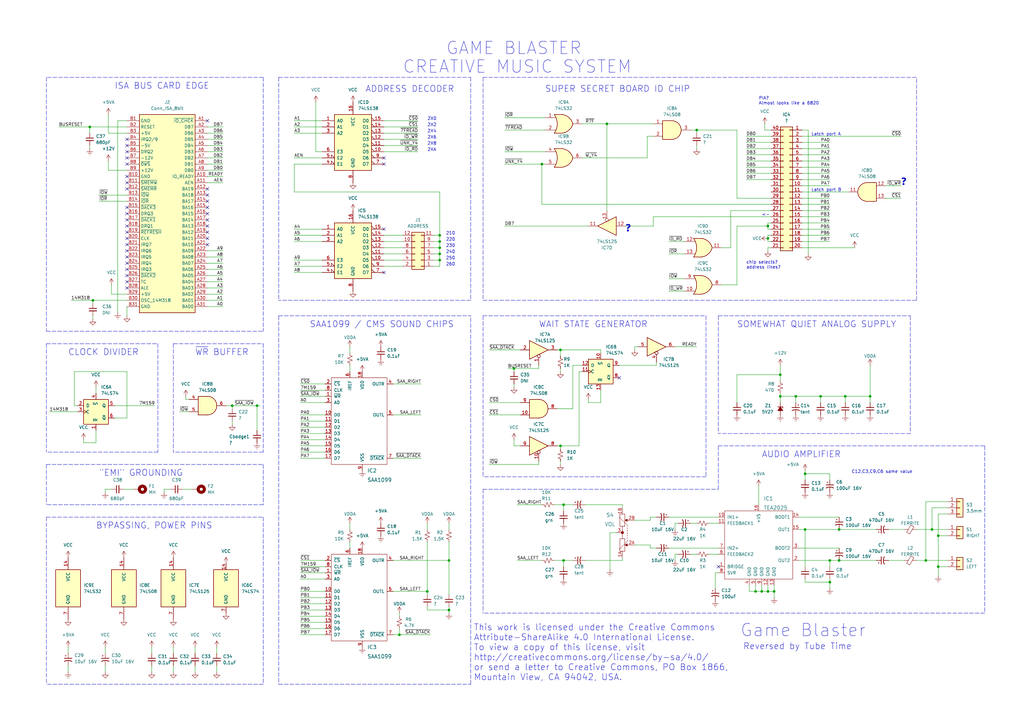
<source format=kicad_sch>
(kicad_sch (version 20211123) (generator eeschema)
  (paper "A3")
  (junction (at 330.2 194.31))
  (junction (at 210.82 151.13))
  (junction (at 312.42 242.57))
  (junction (at 231.14 207.01))
  (junction (at 346.71 162.56))
  (junction (at 340.36 238.76))
  (junction (at 336.55 162.56))
  (junction (at 180.34 99.06))
  (junction (at 382.27 217.17))
  (junction (at 344.17 217.17))
  (junction (at 309.88 242.57))
  (junction (at 180.34 104.14))
  (junction (at 384.81 232.41))
  (junction (at 222.25 67.31))
  (junction (at 317.5 242.57))
  (junction (at 163.83 260.35))
  (junction (at 326.39 162.56))
  (junction (at 36.83 52.07))
  (junction (at 340.36 229.87))
  (junction (at 384.81 219.71))
  (junction (at 356.87 162.56))
  (junction (at 180.34 106.68))
  (junction (at 314.96 242.57))
  (junction (at 38.1 123.19))
  (junction (at 320.04 162.56))
  (junction (at 231.14 229.87))
  (junction (at 314.96 97.79))
  (junction (at 314.96 92.71))
  (junction (at 248.92 50.8))
  (junction (at 175.26 242.57))
  (junction (at 184.15 250.19))
  (junction (at 184.15 229.87))
  (junction (at 285.75 53.34))
  (junction (at 95.25 166.37))
  (junction (at 229.87 182.88))
  (junction (at 180.34 101.6))
  (junction (at 379.73 229.87))
  (junction (at 180.34 96.52))
  (junction (at 330.2 217.17))
  (junction (at 344.17 229.87))
  (junction (at 320.04 153.67))
  (junction (at 229.87 143.51))
  (junction (at 105.41 166.37))
  (no_connect (at 85.09 87.63))
  (no_connect (at 85.09 82.55))
  (no_connect (at 85.09 85.09))
  (no_connect (at 85.09 90.17))
  (no_connect (at 85.09 92.71))
  (no_connect (at 85.09 97.79))
  (no_connect (at 85.09 100.33))
  (no_connect (at 85.09 95.25))
  (no_connect (at 52.07 74.93))
  (no_connect (at 52.07 72.39))
  (no_connect (at 52.07 77.47))
  (no_connect (at 52.07 59.69))
  (no_connect (at 52.07 57.15))
  (no_connect (at 52.07 62.23))
  (no_connect (at 52.07 64.77))
  (no_connect (at 52.07 67.31))
  (no_connect (at 157.48 67.31))
  (no_connect (at 157.48 64.77))
  (no_connect (at 294.64 232.41))
  (no_connect (at 52.07 85.09))
  (no_connect (at 52.07 90.17))
  (no_connect (at 52.07 107.95))
  (no_connect (at 52.07 113.03))
  (no_connect (at 52.07 115.57))
  (no_connect (at 52.07 110.49))
  (no_connect (at 52.07 97.79))
  (no_connect (at 52.07 87.63))
  (no_connect (at 52.07 102.87))
  (no_connect (at 52.07 100.33))
  (no_connect (at 52.07 95.25))
  (no_connect (at 52.07 105.41))
  (no_connect (at 52.07 92.71))
  (no_connect (at 254 154.94))
  (no_connect (at 52.07 118.11))
  (no_connect (at 85.09 77.47))
  (no_connect (at 85.09 80.01))
  (no_connect (at 85.09 49.53))
  (no_connect (at 157.48 93.98))
  (no_connect (at 157.48 111.76))
  (wire (pts (xy 38.1 129.54) (xy 38.1 130.81)))
  (wire (pts (xy 328.93 81.28) (xy 340.36 81.28)))
  (wire (pts (xy 52.07 171.45) (xy 52.07 152.4)))
  (wire (pts (xy 320.04 153.67) (xy 320.04 156.21)))
  (polyline (pts (xy 107.95 185.42) (xy 71.12 185.42)))
  (wire (pts (xy 307.34 240.03) (xy 307.34 242.57)))
  (polyline (pts (xy 198.12 31.75) (xy 198.12 123.19)))
  (wire (pts (xy 52.07 125.73) (xy 52.07 129.54)))
  (wire (pts (xy 85.09 102.87) (xy 91.44 102.87)))
  (wire (pts (xy 133.35 185.42) (xy 123.19 185.42)))
  (wire (pts (xy 180.34 101.6) (xy 180.34 104.14)))
  (wire (pts (xy 283.21 214.63) (xy 285.75 214.63)))
  (wire (pts (xy 328.93 76.2) (xy 340.36 76.2)))
  (polyline (pts (xy 198.12 123.19) (xy 375.92 123.19)))
  (wire (pts (xy 276.86 142.24) (xy 285.75 142.24)))
  (wire (pts (xy 316.23 71.12) (xy 306.07 71.12)))
  (wire (pts (xy 283.21 53.34) (xy 285.75 53.34)))
  (wire (pts (xy 95.25 172.72) (xy 95.25 173.99)))
  (wire (pts (xy 45.72 200.66) (xy 43.18 200.66)))
  (wire (pts (xy 316.23 101.6) (xy 314.96 101.6)))
  (wire (pts (xy 120.65 78.74) (xy 180.34 78.74)))
  (wire (pts (xy 27.94 265.43) (xy 27.94 267.97)))
  (wire (pts (xy 133.35 172.72) (xy 123.19 172.72)))
  (wire (pts (xy 241.3 165.1) (xy 246.38 165.1)))
  (polyline (pts (xy 19.05 140.97) (xy 19.05 185.42)))
  (wire (pts (xy 314.96 92.71) (xy 302.26 92.71)))
  (wire (pts (xy 328.93 96.52) (xy 340.36 96.52)))
  (wire (pts (xy 30.48 166.37) (xy 31.75 166.37)))
  (wire (pts (xy 184.15 250.19) (xy 184.15 251.46)))
  (wire (pts (xy 379.73 229.87) (xy 388.62 229.87)))
  (wire (pts (xy 45.72 116.84) (xy 45.72 120.65)))
  (wire (pts (xy 276.86 214.63) (xy 276.86 217.17)))
  (wire (pts (xy 120.65 67.31) (xy 120.65 78.74)))
  (wire (pts (xy 276.86 227.33) (xy 276.86 229.87)))
  (wire (pts (xy 180.34 106.68) (xy 180.34 109.22)))
  (wire (pts (xy 95.25 167.64) (xy 95.25 166.37)))
  (wire (pts (xy 229.87 189.23) (xy 229.87 190.5)))
  (wire (pts (xy 120.65 96.52) (xy 132.08 96.52)))
  (wire (pts (xy 207.01 48.26) (xy 223.52 48.26)))
  (wire (pts (xy 120.65 106.68) (xy 132.08 106.68)))
  (wire (pts (xy 266.7 213.36) (xy 266.7 212.09)))
  (wire (pts (xy 336.55 162.56) (xy 346.71 162.56)))
  (wire (pts (xy 266.7 223.52) (xy 266.7 224.79)))
  (wire (pts (xy 208.28 151.13) (xy 210.82 151.13)))
  (wire (pts (xy 317.5 242.57) (xy 317.5 245.11)))
  (wire (pts (xy 34.29 181.61) (xy 39.37 181.61)))
  (polyline (pts (xy 114.3 280.67) (xy 193.04 280.67)))
  (polyline (pts (xy 114.3 31.75) (xy 114.3 123.19)))
  (wire (pts (xy 254 149.86) (xy 269.24 149.86)))
  (wire (pts (xy 38.1 124.46) (xy 38.1 123.19)))
  (wire (pts (xy 238.76 64.77) (xy 265.43 64.77)))
  (wire (pts (xy 328.93 58.42) (xy 340.36 58.42)))
  (wire (pts (xy 30.48 152.4) (xy 30.48 166.37)))
  (wire (pts (xy 307.34 242.57) (xy 309.88 242.57)))
  (wire (pts (xy 248.92 50.8) (xy 248.92 86.36)))
  (wire (pts (xy 274.32 104.14) (xy 280.67 104.14)))
  (wire (pts (xy 220.98 189.23) (xy 220.98 190.5)))
  (wire (pts (xy 157.48 106.68) (xy 165.1 106.68)))
  (wire (pts (xy 309.88 242.57) (xy 312.42 242.57)))
  (wire (pts (xy 229.87 151.13) (xy 229.87 152.4)))
  (wire (pts (xy 123.19 165.1) (xy 133.35 165.1)))
  (wire (pts (xy 85.09 57.15) (xy 91.44 57.15)))
  (wire (pts (xy 184.15 229.87) (xy 184.15 222.25)))
  (wire (pts (xy 316.23 63.5) (xy 306.07 63.5)))
  (wire (pts (xy 163.83 251.46) (xy 163.83 252.73)))
  (wire (pts (xy 340.36 241.3) (xy 340.36 238.76)))
  (wire (pts (xy 316.23 68.58) (xy 306.07 68.58)))
  (wire (pts (xy 200.66 190.5) (xy 220.98 190.5)))
  (wire (pts (xy 231.14 207.01) (xy 231.14 209.55)))
  (wire (pts (xy 328.93 66.04) (xy 340.36 66.04)))
  (wire (pts (xy 133.35 252.73) (xy 123.19 252.73)))
  (wire (pts (xy 317.5 240.03) (xy 317.5 242.57)))
  (wire (pts (xy 120.65 49.53) (xy 132.08 49.53)))
  (wire (pts (xy 180.34 104.14) (xy 180.34 106.68)))
  (wire (pts (xy 314.96 93.98) (xy 314.96 92.71)))
  (wire (pts (xy 120.65 99.06) (xy 132.08 99.06)))
  (wire (pts (xy 278.13 227.33) (xy 276.86 227.33)))
  (wire (pts (xy 356.87 162.56) (xy 356.87 165.1)))
  (wire (pts (xy 314.96 242.57) (xy 317.5 242.57)))
  (wire (pts (xy 375.92 229.87) (xy 379.73 229.87)))
  (wire (pts (xy 384.81 232.41) (xy 384.81 236.22)))
  (wire (pts (xy 327.66 217.17) (xy 330.2 217.17)))
  (wire (pts (xy 260.35 213.36) (xy 266.7 213.36)))
  (wire (pts (xy 330.2 237.49) (xy 330.2 238.76)))
  (wire (pts (xy 316.23 86.36) (xy 299.72 86.36)))
  (wire (pts (xy 36.83 59.69) (xy 36.83 60.96)))
  (wire (pts (xy 364.49 229.87) (xy 370.84 229.87)))
  (wire (pts (xy 157.48 54.61) (xy 171.45 54.61)))
  (wire (pts (xy 327.66 224.79) (xy 344.17 224.79)))
  (polyline (pts (xy 107.95 31.75) (xy 19.05 31.75)))
  (wire (pts (xy 252.73 218.44) (xy 250.19 218.44)))
  (wire (pts (xy 228.6 143.51) (xy 229.87 143.51)))
  (polyline (pts (xy 107.95 140.97) (xy 107.95 185.42)))
  (polyline (pts (xy 107.95 212.09) (xy 107.95 280.67)))
  (wire (pts (xy 120.65 109.22) (xy 132.08 109.22)))
  (wire (pts (xy 157.48 57.15) (xy 171.45 57.15)))
  (wire (pts (xy 161.29 260.35) (xy 163.83 260.35)))
  (wire (pts (xy 326.39 162.56) (xy 326.39 165.1)))
  (wire (pts (xy 309.88 240.03) (xy 309.88 242.57)))
  (wire (pts (xy 177.8 96.52) (xy 180.34 96.52)))
  (wire (pts (xy 69.85 200.66) (xy 67.31 200.66)))
  (wire (pts (xy 344.17 217.17) (xy 359.41 217.17)))
  (wire (pts (xy 132.08 62.23) (xy 129.54 62.23)))
  (wire (pts (xy 52.07 120.65) (xy 45.72 120.65)))
  (wire (pts (xy 88.9 273.05) (xy 88.9 275.59)))
  (wire (pts (xy 52.07 49.53) (xy 48.26 49.53)))
  (wire (pts (xy 85.09 52.07) (xy 91.44 52.07)))
  (wire (pts (xy 369.57 76.2) (xy 363.22 76.2)))
  (wire (pts (xy 274.32 119.38) (xy 280.67 119.38)))
  (wire (pts (xy 48.26 49.53) (xy 48.26 128.27)))
  (wire (pts (xy 43.18 265.43) (xy 43.18 267.97)))
  (wire (pts (xy 123.19 232.41) (xy 133.35 232.41)))
  (wire (pts (xy 238.76 50.8) (xy 248.92 50.8)))
  (wire (pts (xy 384.81 219.71) (xy 384.81 232.41)))
  (wire (pts (xy 85.09 118.11) (xy 91.44 118.11)))
  (wire (pts (xy 267.97 88.9) (xy 316.23 88.9)))
  (wire (pts (xy 331.47 53.34) (xy 328.93 53.34)))
  (wire (pts (xy 161.29 229.87) (xy 184.15 229.87)))
  (wire (pts (xy 320.04 149.86) (xy 320.04 153.67)))
  (wire (pts (xy 105.41 166.37) (xy 106.68 166.37)))
  (wire (pts (xy 157.48 101.6) (xy 165.1 101.6)))
  (wire (pts (xy 222.25 67.31) (xy 223.52 67.31)))
  (wire (pts (xy 62.23 265.43) (xy 62.23 267.97)))
  (wire (pts (xy 85.09 64.77) (xy 91.44 64.77)))
  (wire (pts (xy 248.92 50.8) (xy 267.97 50.8)))
  (wire (pts (xy 228.6 167.64) (xy 234.95 167.64)))
  (wire (pts (xy 316.23 73.66) (xy 306.07 73.66)))
  (polyline (pts (xy 19.05 190.5) (xy 19.05 207.01)))
  (wire (pts (xy 266.7 212.09) (xy 269.24 212.09)))
  (wire (pts (xy 163.83 257.81) (xy 163.83 260.35)))
  (wire (pts (xy 52.07 152.4) (xy 30.48 152.4)))
  (wire (pts (xy 157.48 99.06) (xy 165.1 99.06)))
  (wire (pts (xy 76.2 162.56) (xy 76.2 163.83)))
  (wire (pts (xy 74.93 200.66) (xy 78.74 200.66)))
  (wire (pts (xy 85.09 120.65) (xy 91.44 120.65)))
  (polyline (pts (xy 403.86 182.88) (xy 403.86 251.46)))
  (wire (pts (xy 157.48 59.69) (xy 171.45 59.69)))
  (wire (pts (xy 328.93 99.06) (xy 340.36 99.06)))
  (wire (pts (xy 177.8 104.14) (xy 180.34 104.14)))
  (wire (pts (xy 85.09 125.73) (xy 91.44 125.73)))
  (polyline (pts (xy 403.86 251.46) (xy 198.12 251.46)))
  (wire (pts (xy 240.03 207.01) (xy 255.27 207.01)))
  (wire (pts (xy 260.35 223.52) (xy 266.7 223.52)))
  (wire (pts (xy 133.35 255.27) (xy 123.19 255.27)))
  (wire (pts (xy 382.27 208.28) (xy 382.27 217.17)))
  (wire (pts (xy 274.32 224.79) (xy 294.64 224.79)))
  (wire (pts (xy 238.76 152.4) (xy 237.49 152.4)))
  (polyline (pts (xy 375.92 123.19) (xy 375.92 31.75)))
  (wire (pts (xy 328.93 55.88) (xy 369.57 55.88)))
  (wire (pts (xy 133.35 242.57) (xy 123.19 242.57)))
  (wire (pts (xy 20.32 168.91) (xy 31.75 168.91)))
  (wire (pts (xy 36.83 52.07) (xy 52.07 52.07)))
  (wire (pts (xy 46.99 166.37) (xy 63.5 166.37)))
  (wire (pts (xy 227.33 207.01) (xy 231.14 207.01)))
  (wire (pts (xy 200.66 170.18) (xy 213.36 170.18)))
  (polyline (pts (xy 373.38 129.54) (xy 373.38 177.8)))
  (wire (pts (xy 143.51 214.63) (xy 143.51 217.17)))
  (wire (pts (xy 336.55 165.1) (xy 336.55 162.56)))
  (wire (pts (xy 34.29 180.34) (xy 34.29 181.61)))
  (wire (pts (xy 175.26 242.57) (xy 175.26 222.25)))
  (wire (pts (xy 88.9 265.43) (xy 88.9 267.97)))
  (wire (pts (xy 80.01 265.43) (xy 80.01 267.97)))
  (polyline (pts (xy 198.12 200.66) (xy 294.64 200.66)))
  (wire (pts (xy 241.3 163.83) (xy 241.3 165.1)))
  (wire (pts (xy 274.32 114.3) (xy 280.67 114.3)))
  (wire (pts (xy 364.49 217.17) (xy 370.84 217.17)))
  (wire (pts (xy 177.8 106.68) (xy 180.34 106.68)))
  (wire (pts (xy 302.26 81.28) (xy 302.26 53.34)))
  (wire (pts (xy 375.92 217.17) (xy 382.27 217.17)))
  (polyline (pts (xy 64.77 140.97) (xy 64.77 185.42)))
  (wire (pts (xy 266.7 224.79) (xy 269.24 224.79)))
  (polyline (pts (xy 19.05 31.75) (xy 19.05 135.89)))
  (wire (pts (xy 92.71 166.37) (xy 95.25 166.37)))
  (wire (pts (xy 290.83 214.63) (xy 294.64 214.63)))
  (wire (pts (xy 180.34 96.52) (xy 180.34 99.06)))
  (polyline (pts (xy 71.12 140.97) (xy 71.12 185.42)))
  (polyline (pts (xy 198.12 129.54) (xy 198.12 195.58)))
  (wire (pts (xy 157.48 52.07) (xy 171.45 52.07)))
  (wire (pts (xy 133.35 175.26) (xy 123.19 175.26)))
  (wire (pts (xy 133.35 187.96) (xy 123.19 187.96)))
  (wire (pts (xy 157.48 104.14) (xy 165.1 104.14)))
  (wire (pts (xy 143.51 142.24) (xy 143.51 144.78)))
  (wire (pts (xy 40.64 80.01) (xy 52.07 80.01)))
  (wire (pts (xy 157.48 109.22) (xy 165.1 109.22)))
  (wire (pts (xy 330.2 194.31) (xy 330.2 196.85)))
  (wire (pts (xy 212.09 229.87) (xy 222.25 229.87)))
  (wire (pts (xy 285.75 54.61) (xy 285.75 53.34)))
  (polyline (pts (xy 294.64 129.54) (xy 294.64 177.8)))
  (wire (pts (xy 222.25 83.82) (xy 316.23 83.82)))
  (wire (pts (xy 177.8 99.06) (xy 180.34 99.06)))
  (wire (pts (xy 38.1 123.19) (xy 52.07 123.19)))
  (wire (pts (xy 95.25 166.37) (xy 105.41 166.37)))
  (wire (pts (xy 227.33 229.87) (xy 231.14 229.87)))
  (wire (pts (xy 328.93 73.66) (xy 340.36 73.66)))
  (wire (pts (xy 180.34 99.06) (xy 180.34 101.6)))
  (wire (pts (xy 241.3 92.71) (xy 207.01 92.71)))
  (wire (pts (xy 320.04 162.56) (xy 320.04 165.1)))
  (wire (pts (xy 311.15 199.39) (xy 311.15 207.01)))
  (polyline (pts (xy 64.77 185.42) (xy 19.05 185.42)))
  (wire (pts (xy 85.09 54.61) (xy 91.44 54.61)))
  (wire (pts (xy 76.2 163.83) (xy 77.47 163.83)))
  (polyline (pts (xy 19.05 140.97) (xy 64.77 140.97)))
  (wire (pts (xy 210.82 152.4) (xy 210.82 151.13)))
  (wire (pts (xy 261.62 142.24) (xy 260.35 142.24)))
  (wire (pts (xy 340.36 229.87) (xy 344.17 229.87)))
  (wire (pts (xy 290.83 227.33) (xy 294.64 227.33)))
  (polyline (pts (xy 289.56 129.54) (xy 289.56 195.58)))
  (wire (pts (xy 314.96 92.71) (xy 314.96 91.44)))
  (wire (pts (xy 229.87 182.88) (xy 229.87 184.15)))
  (wire (pts (xy 328.93 78.74) (xy 347.98 78.74)))
  (wire (pts (xy 222.25 67.31) (xy 222.25 83.82)))
  (wire (pts (xy 43.18 200.66) (xy 43.18 201.93)))
  (wire (pts (xy 133.35 182.88) (xy 123.19 182.88)))
  (wire (pts (xy 234.95 149.86) (xy 238.76 149.86)))
  (wire (pts (xy 207.01 67.31) (xy 222.25 67.31)))
  (wire (pts (xy 340.36 229.87) (xy 340.36 232.41)))
  (wire (pts (xy 67.31 200.66) (xy 67.31 201.93)))
  (wire (pts (xy 85.09 67.31) (xy 91.44 67.31)))
  (wire (pts (xy 46.99 171.45) (xy 52.07 171.45)))
  (wire (pts (xy 52.07 54.61) (xy 44.45 54.61)))
  (wire (pts (xy 314.96 101.6) (xy 314.96 102.87)))
  (wire (pts (xy 255.27 228.6) (xy 255.27 229.87)))
  (wire (pts (xy 265.43 55.88) (xy 267.97 55.88)))
  (wire (pts (xy 328.93 86.36) (xy 340.36 86.36)))
  (wire (pts (xy 234.95 229.87) (xy 231.14 229.87)))
  (wire (pts (xy 120.65 54.61) (xy 132.08 54.61)))
  (polyline (pts (xy 198.12 31.75) (xy 375.92 31.75)))
  (wire (pts (xy 175.26 248.92) (xy 175.26 250.19)))
  (wire (pts (xy 133.35 257.81) (xy 123.19 257.81)))
  (wire (pts (xy 316.23 96.52) (xy 314.96 96.52)))
  (wire (pts (xy 330.2 217.17) (xy 330.2 232.41)))
  (wire (pts (xy 184.15 214.63) (xy 184.15 217.17)))
  (wire (pts (xy 129.54 41.91) (xy 129.54 62.23)))
  (wire (pts (xy 157.48 49.53) (xy 171.45 49.53)))
  (wire (pts (xy 327.66 212.09) (xy 344.17 212.09)))
  (wire (pts (xy 237.49 152.4) (xy 237.49 182.88)))
  (wire (pts (xy 210.82 157.48) (xy 210.82 158.75)))
  (wire (pts (xy 24.13 52.07) (xy 36.83 52.07)))
  (wire (pts (xy 120.65 67.31) (xy 132.08 67.31)))
  (polyline (pts (xy 193.04 280.67) (xy 193.04 129.54)))
  (wire (pts (xy 123.19 237.49) (xy 133.35 237.49)))
  (wire (pts (xy 274.32 212.09) (xy 294.64 212.09)))
  (polyline (pts (xy 19.05 135.89) (xy 107.95 135.89)))
  (wire (pts (xy 316.23 55.88) (xy 306.07 55.88)))
  (wire (pts (xy 228.6 182.88) (xy 229.87 182.88)))
  (wire (pts (xy 210.82 182.88) (xy 213.36 182.88)))
  (wire (pts (xy 330.2 217.17) (xy 344.17 217.17)))
  (wire (pts (xy 320.04 153.67) (xy 302.26 153.67)))
  (wire (pts (xy 314.96 96.52) (xy 314.96 97.79)))
  (wire (pts (xy 85.09 115.57) (xy 91.44 115.57)))
  (polyline (pts (xy 19.05 212.09) (xy 107.95 212.09)))
  (wire (pts (xy 43.18 273.05) (xy 43.18 275.59)))
  (wire (pts (xy 330.2 193.04) (xy 330.2 194.31)))
  (polyline (pts (xy 294.64 200.66) (xy 294.64 182.88)))
  (wire (pts (xy 157.48 62.23) (xy 171.45 62.23)))
  (polyline (pts (xy 114.3 129.54) (xy 114.3 280.67)))
  (wire (pts (xy 180.34 78.74) (xy 180.34 96.52)))
  (polyline (pts (xy 19.05 212.09) (xy 19.05 280.67)))
  (wire (pts (xy 299.72 86.36) (xy 299.72 101.6)))
  (wire (pts (xy 237.49 182.88) (xy 229.87 182.88)))
  (wire (pts (xy 294.64 234.95) (xy 293.37 234.95)))
  (wire (pts (xy 382.27 208.28) (xy 388.62 208.28)))
  (wire (pts (xy 234.95 207.01) (xy 231.14 207.01)))
  (wire (pts (xy 316.23 60.96) (xy 306.07 60.96)))
  (wire (pts (xy 123.19 234.95) (xy 133.35 234.95)))
  (wire (pts (xy 85.09 69.85) (xy 91.44 69.85)))
  (wire (pts (xy 328.93 91.44) (xy 340.36 91.44)))
  (wire (pts (xy 85.09 74.93) (xy 91.44 74.93)))
  (wire (pts (xy 346.71 165.1) (xy 346.71 162.56)))
  (wire (pts (xy 302.26 92.71) (xy 302.26 116.84)))
  (wire (pts (xy 200.66 165.1) (xy 213.36 165.1)))
  (wire (pts (xy 295.91 101.6) (xy 299.72 101.6)))
  (wire (pts (xy 382.27 217.17) (xy 388.62 217.17)))
  (wire (pts (xy 85.09 110.49) (xy 91.44 110.49)))
  (wire (pts (xy 316.23 58.42) (xy 306.07 58.42)))
  (wire (pts (xy 39.37 158.75) (xy 39.37 161.29)))
  (wire (pts (xy 157.48 96.52) (xy 165.1 96.52)))
  (wire (pts (xy 256.54 92.71) (xy 267.97 92.71)))
  (wire (pts (xy 340.36 194.31) (xy 340.36 196.85)))
  (wire (pts (xy 314.96 91.44) (xy 316.23 91.44)))
  (wire (pts (xy 326.39 162.56) (xy 336.55 162.56)))
  (wire (pts (xy 175.26 242.57) (xy 175.26 243.84)))
  (wire (pts (xy 36.83 52.07) (xy 36.83 54.61)))
  (wire (pts (xy 177.8 109.22) (xy 180.34 109.22)))
  (wire (pts (xy 85.09 107.95) (xy 91.44 107.95)))
  (wire (pts (xy 220.98 149.86) (xy 220.98 151.13)))
  (wire (pts (xy 314.96 99.06) (xy 316.23 99.06)))
  (polyline (pts (xy 107.95 280.67) (xy 19.05 280.67)))
  (polyline (pts (xy 294.64 182.88) (xy 403.86 182.88)))
  (polyline (pts (xy 289.56 195.58) (xy 198.12 195.58)))
  (wire (pts (xy 285.75 53.34) (xy 302.26 53.34)))
  (wire (pts (xy 293.37 234.95) (xy 293.37 241.3)))
  (wire (pts (xy 212.09 207.01) (xy 222.25 207.01)))
  (wire (pts (xy 143.51 222.25) (xy 143.51 224.79)))
  (wire (pts (xy 255.27 208.28) (xy 255.27 207.01)))
  (wire (pts (xy 330.2 238.76) (xy 340.36 238.76)))
  (wire (pts (xy 328.93 88.9) (xy 340.36 88.9)))
  (wire (pts (xy 207.01 53.34) (xy 223.52 53.34)))
  (wire (pts (xy 163.83 260.35) (xy 176.53 260.35)))
  (wire (pts (xy 302.26 153.67) (xy 302.26 165.1)))
  (polyline (pts (xy 373.38 177.8) (xy 294.64 177.8)))
  (wire (pts (xy 344.17 229.87) (xy 359.41 229.87)))
  (wire (pts (xy 105.41 166.37) (xy 105.41 176.53)))
  (wire (pts (xy 328.93 60.96) (xy 340.36 60.96)))
  (wire (pts (xy 316.23 93.98) (xy 314.96 93.98)))
  (wire (pts (xy 177.8 101.6) (xy 180.34 101.6)))
  (wire (pts (xy 250.19 218.44) (xy 250.19 233.68)))
  (wire (pts (xy 328.93 101.6) (xy 350.52 101.6)))
  (wire (pts (xy 328.93 68.58) (xy 340.36 68.58)))
  (wire (pts (xy 175.26 250.19) (xy 184.15 250.19)))
  (wire (pts (xy 123.19 160.02) (xy 133.35 160.02)))
  (polyline (pts (xy 107.95 190.5) (xy 107.95 207.01)))
  (wire (pts (xy 295.91 116.84) (xy 302.26 116.84)))
  (wire (pts (xy 379.73 205.74) (xy 388.62 205.74)))
  (wire (pts (xy 379.73 205.74) (xy 379.73 229.87)))
  (wire (pts (xy 229.87 143.51) (xy 246.38 143.51)))
  (wire (pts (xy 314.96 240.03) (xy 314.96 242.57)))
  (wire (pts (xy 184.15 229.87) (xy 184.15 243.84)))
  (wire (pts (xy 326.39 162.56) (xy 320.04 162.56)))
  (wire (pts (xy 265.43 64.77) (xy 265.43 55.88)))
  (wire (pts (xy 120.65 111.76) (xy 132.08 111.76)))
  (wire (pts (xy 369.57 81.28) (xy 363.22 81.28)))
  (polyline (pts (xy 193.04 123.19) (xy 114.3 123.19)))
  (wire (pts (xy 316.23 81.28) (xy 302.26 81.28)))
  (wire (pts (xy 356.87 149.86) (xy 356.87 162.56)))
  (wire (pts (xy 71.12 265.43) (xy 71.12 267.97)))
  (wire (pts (xy 207.01 62.23) (xy 223.52 62.23)))
  (wire (pts (xy 384.81 210.82) (xy 388.62 210.82)))
  (wire (pts (xy 27.94 273.05) (xy 27.94 275.59)))
  (wire (pts (xy 316.23 53.34) (xy 313.69 53.34)))
  (wire (pts (xy 161.29 242.57) (xy 175.26 242.57)))
  (wire (pts (xy 50.8 200.66) (xy 54.61 200.66)))
  (wire (pts (xy 314.96 97.79) (xy 314.96 99.06)))
  (wire (pts (xy 269.24 148.59) (xy 269.24 149.86)))
  (wire (pts (xy 384.81 210.82) (xy 384.81 219.71)))
  (polyline (pts (xy 71.12 140.97) (xy 107.95 140.97)))
  (wire (pts (xy 312.42 240.03) (xy 312.42 242.57)))
  (wire (pts (xy 85.09 105.41) (xy 91.44 105.41)))
  (wire (pts (xy 29.21 123.19) (xy 38.1 123.19)))
  (wire (pts (xy 278.13 214.63) (xy 276.86 214.63)))
  (wire (pts (xy 312.42 242.57) (xy 314.96 242.57)))
  (wire (pts (xy 161.29 157.48) (xy 172.72 157.48)))
  (wire (pts (xy 340.36 237.49) (xy 340.36 238.76)))
  (wire (pts (xy 267.97 88.9) (xy 267.97 92.71)))
  (wire (pts (xy 320.04 161.29) (xy 320.04 162.56)))
  (wire (pts (xy 328.93 83.82) (xy 340.36 83.82)))
  (wire (pts (xy 175.26 214.63) (xy 175.26 217.17)))
  (wire (pts (xy 120.65 64.77) (xy 132.08 64.77)))
  (wire (pts (xy 200.66 143.51) (xy 213.36 143.51)))
  (wire (pts (xy 346.71 162.56) (xy 356.87 162.56)))
  (polyline (pts (xy 19.05 190.5) (xy 107.95 190.5)))
  (wire (pts (xy 123.19 157.48) (xy 133.35 157.48)))
  (wire (pts (xy 44.45 66.04) (xy 44.45 69.85)))
  (wire (pts (xy 85.09 62.23) (xy 91.44 62.23)))
  (wire (pts (xy 246.38 144.78) (xy 246.38 143.51)))
  (wire (pts (xy 39.37 176.53) (xy 39.37 181.61)))
  (wire (pts (xy 85.09 123.19) (xy 91.44 123.19)))
  (wire (pts (xy 85.09 113.03) (xy 91.44 113.03)))
  (wire (pts (xy 73.66 168.91) (xy 77.47 168.91)))
  (wire (pts (xy 384.81 219.71) (xy 388.62 219.71)))
  (polyline (pts (xy 107.95 31.75) (xy 107.95 135.89)))
  (polyline (pts (xy 198.12 200.66) (xy 198.12 251.46)))
  (wire (pts (xy 133.35 247.65) (xy 123.19 247.65)))
  (wire (pts (xy 240.03 229.87) (xy 255.27 229.87)))
  (polyline (pts (xy 198.12 129.54) (xy 289.56 129.54)))
  (wire (pts (xy 285.75 59.69) (xy 285.75 60.96)))
  (wire (pts (xy 283.21 227.33) (xy 285.75 227.33)))
  (wire (pts (xy 161.29 187.96) (xy 172.72 187.96)))
  (wire (pts (xy 40.64 82.55) (xy 52.07 82.55)))
  (wire (pts (xy 52.07 69.85) (xy 44.45 69.85)))
  (wire (pts (xy 260.35 142.24) (xy 260.35 143.51)))
  (wire (pts (xy 328.93 63.5) (xy 340.36 63.5)))
  (wire (pts (xy 229.87 146.05) (xy 229.87 143.51)))
  (wire (pts (xy 133.35 260.35) (xy 123.19 260.35)))
  (polyline (pts (xy 193.04 31.75) (xy 193.04 123.19)))
  (wire (pts (xy 210.82 151.13) (xy 220.98 151.13)))
  (wire (pts (xy 316.23 66.04) (xy 306.07 66.04)))
  (wire (pts (xy 133.35 245.11) (xy 123.19 245.11)))
  (wire (pts (xy 133.35 250.19) (xy 123.19 250.19)))
  (wire (pts (xy 62.23 273.05) (xy 62.23 275.59)))
  (wire (pts (xy 313.69 50.8) (xy 313.69 53.34)))
  (wire (pts (xy 71.12 273.05) (xy 71.12 275.59)))
  (wire (pts (xy 184.15 248.92) (xy 184.15 250.19)))
  (polyline (pts (xy 114.3 129.54) (xy 193.04 129.54)))
  (polyline (pts (xy 114.3 31.75) (xy 193.04 31.75)))
  (wire (pts (xy 85.09 59.69) (xy 91.44 59.69)))
  (wire (pts (xy 133.35 170.18) (xy 123.19 170.18)))
  (wire (pts (xy 85.09 72.39) (xy 91.44 72.39)))
  (wire (pts (xy 327.66 229.87) (xy 340.36 229.87)))
  (wire (pts (xy 120.65 93.98) (xy 132.08 93.98)))
  (wire (pts (xy 143.51 149.86) (xy 143.51 152.4)))
  (wire (pts (xy 331.47 104.14) (xy 331.47 53.34)))
  (wire (pts (xy 133.35 180.34) (xy 123.19 180.34)))
  (wire (pts (xy 330.2 194.31) (xy 340.36 194.31)))
  (wire (pts (xy 328.93 71.12) (xy 340.36 71.12)))
  (wire (pts (xy 210.82 180.34) (xy 210.82 182.88)))
  (wire (pts (xy 246.38 160.02) (xy 246.38 165.1)))
  (wire (pts (xy 231.14 229.87) (xy 231.14 232.41)))
  (wire (pts (xy 123.19 162.56) (xy 133.35 162.56)))
  (wire (pts (xy 161.29 170.18) (xy 172.72 170.18)))
  (wire (pts (xy 123.19 229.87) (xy 133.35 229.87)))
  (wire (pts (xy 80.01 273.05) (xy 80.01 275.59)))
  (wire (pts (xy 384.81 232.41) (xy 388.62 232.41)))
  (wire (pts (xy 274.32 99.06) (xy 280.67 99.06)))
  (wire (pts (xy 133.35 177.8) (xy 123.19 177.8)))
  (polyline (pts (xy 107.95 207.01) (xy 19.05 207.01)))
  (wire (pts (xy 234.95 167.64) (xy 234.95 149.86)))
  (wire (pts (xy 120.65 52.07) (xy 132.08 52.07)))
  (wire (pts (xy 328.93 93.98) (xy 340.36 93.98)))
  (wire (pts (xy 44.45 46.99) (xy 44.45 54.61)))
  (polyline (pts (xy 294.64 129.54) (xy 373.38 129.54)))
  (text "CREATIVE MUSIC SYSTEM" (at 165.1 30.48 0) (effects (font (size 5.08 5.08)) (justify left bottom)))
  (text "250" (at 182.88 106.68 0) (effects (font (size 1.27 1.27)) (justify left bottom)))
  (text "Reversed by Tube Time" (at 304.8 266.7 0) (effects (font (size 2.54 2.54)) (justify left bottom)))
  (text "~{WR} BUFFER" (at 80.01 146.05 0) (effects (font (size 2.54 2.54)) (justify left bottom)))
  (text "<-" (at 312.42 88.9 0) (effects (font (size 1.27 1.27)) (justify left bottom)))
  (text "Latch port A" (at 332.74 55.88 0) (effects (font (size 1.27 1.27)) (justify left bottom)))
  (text "2X4" (at 175.26 54.61 0) (effects (font (size 1.27 1.27)) (justify left bottom)))
  (text "PIA?\nAlmost looks like a 6820" (at 311.15 43.18 0) (effects (font (size 1.27 1.27)) (justify left bottom)))
  (text "ADDRESS DECODER" (at 149.86 38.1 0) (effects (font (size 2.54 2.54)) (justify left bottom)))
  (text "AUDIO AMPLIFIER" (at 312.42 187.96 0) (effects (font (size 2.54 2.54)) (justify left bottom)))
  (text "\"EMI\" GROUNDING" (at 40.64 195.58 0) (effects (font (size 2.54 2.54)) (justify left bottom)))
  (text "CLOCK DIVIDER" (at 27.94 146.05 0) (effects (font (size 2.54 2.54)) (justify left bottom)))
  (text "C12,C3,C9,C6 same value" (at 349.25 194.31 0) (effects (font (size 1.27 1.27)) (justify left bottom)))
  (text "2X6" (at 175.26 57.15 0) (effects (font (size 1.27 1.27)) (justify left bottom)))
  (text "Latch port B" (at 332.74 78.74 0) (effects (font (size 1.27 1.27)) (justify left bottom)))
  (text "2X8" (at 175.26 59.69 0) (effects (font (size 1.27 1.27)) (justify left bottom)))
  (text "230" (at 182.88 101.6 0) (effects (font (size 1.27 1.27)) (justify left bottom)))
  (text "2X2" (at 175.26 52.07 0) (effects (font (size 1.27 1.27)) (justify left bottom)))
  (text "SUPER SECRET BOARD ID CHIP" (at 223.52 38.1 0) (effects (font (size 2.54 2.54)) (justify left bottom)))
  (text "BYPASSING, POWER PINS" (at 39.37 217.17 0) (effects (font (size 2.54 2.54)) (justify left bottom)))
  (text "240" (at 182.88 104.14 0) (effects (font (size 1.27 1.27)) (justify left bottom)))
  (text "220" (at 182.88 99.06 0) (effects (font (size 1.27 1.27)) (justify left bottom)))
  (text "Game Blaster" (at 303.53 261.62 0) (effects (font (size 5.08 5.08)) (justify left bottom)))
  (text "2X0" (at 175.26 49.53 0) (effects (font (size 1.27 1.27)) (justify left bottom)))
  (text "WAIT STATE GENERATOR" (at 220.98 134.62 0) (effects (font (size 2.54 2.54)) (justify left bottom)))
  (text "?" (at 259.08 95.25 180) (effects (font (size 2.54 2.54) (thickness 0.508) bold) (justify right bottom)))
  (text "210" (at 182.88 96.52 0) (effects (font (size 1.27 1.27)) (justify left bottom)))
  (text "260" (at 182.88 109.22 0) (effects (font (size 1.27 1.27)) (justify left bottom)))
  (text "GAME BLASTER" (at 182.88 22.86 0) (effects (font (size 5.08 5.08)) (justify left bottom)))
  (text "SAA1099 / CMS SOUND CHIPS" (at 127 134.62 0) (effects (font (size 2.54 2.54)) (justify left bottom)))
  (text "?" (at 372.11 76.2 180) (effects (font (size 2.54 2.54) (thickness 0.508) bold) (justify right bottom)))
  (text "2XA" (at 175.26 62.23 0) (effects (font (size 1.27 1.27)) (justify left bottom)))
  (text "chip selects?\naddress lines?" (at 306.07 110.49 0) (effects (font (size 1.27 1.27)) (justify left bottom)))
  (text "This work is licensed under the Creative Commons\nAttribute-ShareAlike 4.0 International License.\nTo view a copy of this license, visit\nhttp://creativecommons.org/license/by-sa/4.0/\nor send a letter to Creative Commons, PO Box 1866,\nMountain View, CA 94042, USA." (at 194.31 279.4 0) (effects (font (size 2.54 2.54)) (justify left bottom)))
  (text "SOMEWHAT QUIET ANALOG SUPPLY" (at 302.26 134.62 0) (effects (font (size 2.54 2.54)) (justify left bottom)))
  (text "ISA BUS CARD EDGE" (at 46.99 36.83 0) (effects (font (size 2.54 2.54)) (justify left bottom)))
  (label "A0" (at 123.19 237.49 0))
  (label "A5" (at 120.65 96.52 0))
  (label "~{SAA_DTACK}" (at 200.66 143.51 0))
  (label "~{IOW}" (at 40.64 80.01 0))
  (label "PB3" (at 340.36 88.9 180))
  (label "7M159" (at 123.19 160.02 0))
  (label "~{SAA_IOW}" (at 123.19 234.95 0))
  (label "DB6" (at 91.44 54.61 180))
  (label "DB1" (at 306.07 58.42 0))
  (label "SAA_RIGHT" (at 163.83 229.87 0))
  (label "PA7" (at 123.19 187.96 0))
  (label "A8" (at 91.44 105.41 180))
  (label "7M159" (at 123.19 232.41 0))
  (label "PB7" (at 340.36 99.06 180))
  (label "SAA_RIGHT" (at 212.09 207.01 0))
  (label "14M318" (at 29.21 123.19 0))
  (label "~{7FREAD}" (at 171.45 54.61 180))
  (label "DB4" (at 91.44 59.69 180))
  (label "A8" (at 120.65 111.76 0))
  (label "A9" (at 91.44 102.87 180))
  (label "PA6" (at 123.19 185.42 0))
  (label "SAA_LEFT" (at 163.83 242.57 0))
  (label "PB2" (at 123.19 247.65 0))
  (label "DB1" (at 91.44 67.31 180))
  (label "~{W_Y4}" (at 240.03 64.77 0))
  (label "PB7" (at 123.19 260.35 0))
  (label "~{IOR}" (at 207.01 48.26 0))
  (label "~{CS0}" (at 123.19 157.48 0))
  (label "PA2" (at 123.19 175.26 0))
  (label "~{CS0}" (at 369.57 55.88 180))
  (label "~{SAA_IOW}" (at 123.19 162.56 0))
  (label "A1" (at 91.44 123.19 180))
  (label "PB4" (at 123.19 252.73 0))
  (label "PB0" (at 123.19 242.57 0))
  (label "~{SAA_DTACK}" (at 172.72 187.96 180))
  (label "PA5" (at 340.36 71.12 180))
  (label "DB7" (at 207.01 92.71 0))
  (label "A6" (at 120.65 99.06 0))
  (label "A2" (at 91.44 120.65 180))
  (label "~{CS1}" (at 369.57 81.28 180))
  (label "DB4" (at 306.07 66.04 0))
  (label "PB1" (at 123.19 245.11 0))
  (label "PB6" (at 340.36 96.52 180))
  (label "~{CS1}" (at 200.66 170.18 0))
  (label "~{ID_RD}" (at 171.45 62.23 180))
  (label "PA1" (at 340.36 60.96 180))
  (label "PA3" (at 340.36 66.04 180))
  (label "DB7" (at 91.44 52.07 180))
  (label "AEN" (at 91.44 74.93 180))
  (label "PA1" (at 123.19 172.72 0))
  (label "7M159" (at 63.5 166.37 180))
  (label "DB2" (at 91.44 64.77 180))
  (label "SAA_LEFT" (at 172.72 170.18 180))
  (label "DB5" (at 306.07 68.58 0))
  (label "PB6" (at 123.19 257.81 0))
  (label "A1" (at 120.65 49.53 0))
  (label "PA0" (at 123.19 170.18 0))
  (label "~{ID_WR}" (at 369.57 76.2 180))
  (label "~{CS1}" (at 171.45 52.07 180))
  (label "A0" (at 91.44 125.73 180))
  (label "DB0" (at 306.07 55.88 0))
  (label "PB4" (at 340.36 91.44 180))
  (label "~{CS1}" (at 123.19 229.87 0))
  (label "BUSRESET" (at 208.28 151.13 0))
  (label "PA3" (at 123.19 177.8 0))
  (label "PA4" (at 123.19 180.34 0))
  (label "~{CS0}" (at 171.45 49.53 180))
  (label "~{ID_WR}" (at 171.45 57.15 180))
  (label "PA4" (at 340.36 68.58 180))
  (label "A9" (at 120.65 106.68 0))
  (label "DB7" (at 306.07 73.66 0))
  (label "A0" (at 123.19 165.1 0))
  (label "PA2" (at 340.36 63.5 180))
  (label "PB1" (at 340.36 83.82 180))
  (label "SAA_RIGHT" (at 172.72 157.48 180))
  (label "~{CS0}" (at 200.66 165.1 0))
  (label "READY" (at 91.44 72.39 180))
  (label "A3" (at 91.44 118.11 180))
  (label "PA7" (at 340.36 76.2 180))
  (label "~{ID_WR}" (at 274.32 119.38 0))
  (label "~{IOW}" (at 274.32 114.3 0))
  (label "DB3" (at 306.07 63.5 0))
  (label "14M318" (at 20.32 168.91 0))
  (label "A4" (at 91.44 115.57 180))
  (label "A5" (at 91.44 113.03 180))
  (label "DB6" (at 306.07 71.12 0))
  (label "DB2" (at 306.07 60.96 0))
  (label "A7" (at 120.65 109.22 0))
  (label "A3" (at 120.65 54.61 0))
  (label "A2" (at 120.65 52.07 0))
  (label "~{IOW}" (at 200.66 190.5 0))
  (label "DB5" (at 91.44 57.15 180))
  (label "~{UNK_Y4}" (at 171.45 59.69 180))
  (label "~{R7F}" (at 243.84 50.8 180))
  (label "PB3" (at 123.19 250.19 0))
  (label "A4" (at 120.65 93.98 0))
  (label "~{UNK_Y4}" (at 207.01 67.31 0))
  (label "PA6" (at 340.36 73.66 180))
  (label "BUSRESET" (at 24.13 52.07 0))
  (label "~{ID_RD}" (at 274.32 99.06 0))
  (label "DB0" (at 91.44 69.85 180))
  (label "A7" (at 91.44 107.95 180))
  (label "PB5" (at 123.19 255.27 0))
  (label "~{SAA_DTACK}" (at 176.53 260.35 180))
  (label "PB5" (at 340.36 93.98 180))
  (label "~{IOR}" (at 274.32 104.14 0))
  (label "A6" (at 91.44 110.49 180))
  (label "READY" (at 285.75 142.24 180))
  (label "PA0" (at 340.36 58.42 180))
  (label "PB2" (at 340.36 86.36 180))
  (label "DB3" (at 91.44 62.23 180))
  (label "PA5" (at 123.19 182.88 0))
  (label "PB0" (at 340.36 81.28 180))
  (label "~{IOW}" (at 207.01 62.23 0))
  (label "~{7FREAD}" (at 207.01 53.34 0))
  (label "AEN" (at 120.65 64.77 0))
  (label "~{IOW}" (at 73.66 168.91 0))
  (label "~{IOR}" (at 40.64 82.55 0))
  (label "~{SAA_IOW}" (at 104.14 166.37 180))
  (label "SAA_LEFT" (at 212.09 229.87 0))
  (symbol (lib_id "power:VDDA") (at 175.26 214.63 0) (unit 1)
    (property "Reference" "#PWR0176" (effects hide))
    (property "Value" "VDDA" (at 175.26 210.82 0))
  )
  (symbol (lib_id "power:VDDA") (at 163.83 251.46 0) (unit 1)
    (property "Reference" "#PWR0170" (effects hide))
    (property "Value" "VDDA" (at 163.83 247.65 0))
  )
  (symbol (lib_id "Device:C_Small") (at 156.21 217.17 0) (unit 1)
    (property "Reference" "C18" (at 158.75 215.9062 0) (effects (justify left)))
    (property "Value" "0.1uF" (at 158.75 218.4462 0) (effects (justify left)))
    (property "Footprint" "GameBlaster:CAPAC200" (effects hide))
  )
  (symbol (lib_id "power:VCC") (at 80.01 265.43 0) (unit 1)
    (property "Reference" "#PWR0134" (effects hide))
    (property "Value" "VCC" (at 80.01 260.35 0))
  )
  (symbol (lib_id "Device:R_Small_US") (at 175.26 219.71 0) (unit 1)
    (property "Reference" "R1" (at 170.18 218.44 0) (effects (justify left)))
    (property "Value" "1.5K" (at 168.91 220.98 0) (effects (justify left)))
    (property "Footprint" "GameBlaster:RESA400" (effects hide))
  )
  (symbol (lib_id "power:GND") (at 210.82 158.75 0) (unit 1)
    (property "Reference" "#PWR0103" (effects hide))
    (property "Value" "GND" (effects hide))
  )
  (symbol (lib_id "power:GND") (at 71.12 254 0) (unit 1)
    (property "Reference" "#PWR0136" (effects hide))
    (property "Value" "GND" (effects hide))
  )
  (symbol (lib_id "power:GNDREF") (at 36.83 60.96 0) (unit 1)
    (property "Reference" "#PWR0179" (effects hide))
    (property "Value" "GNDREF" (effects hide))
  )
  (symbol (lib_id "power:VCC") (at 39.37 158.75 0) (unit 1)
    (property "Reference" "#PWR0149" (effects hide))
    (property "Value" "VCC" (at 39.37 153.67 0))
  )
  (symbol (lib_id "Device:C_Small") (at 48.26 200.66 90) (unit 1)
    (property "Reference" "C38" (at 48.26 196.85 90))
    (property "Value" "680pF" (at 48.26 204.47 90))
    (property "Footprint" "GameBlaster:CAPAC200" (effects hide))
  )
  (symbol (lib_id "power:VDDA") (at 143.51 142.24 0) (unit 1)
    (property "Reference" "#PWR0114" (effects hide))
    (property "Value" "VDDA" (at 143.51 138.43 0))
  )
  (symbol (lib_id "Device:C_Small") (at 210.82 154.94 0) (unit 1)
    (property "Reference" "C35" (at 213.36 153.6762 0) (effects (justify left)))
    (property "Value" "DNI" (at 213.36 156.2162 0) (effects (justify left)))
    (property "Footprint" "GameBlaster:CAPAC200" (effects hide))
  )
  (symbol (lib_id "74xx:74LS125") (at 269.24 142.24 0) (unit 2)
    (property "Reference" "IC7" (at 274.32 147.32 0))
    (property "Value" "74LS125" (at 274.32 149.86 0))
    (property "Footprint" "GameBlaster:DIP254P762X635-14" (effects hide))
    (property "Datasheet" "http://www.ti.com/lit/gpn/sn74LS125" (effects hide))
  )
  (symbol (lib_id "power:GND") (at 92.71 251.46 0) (unit 1)
    (property "Reference" "#PWR0132" (effects hide))
    (property "Value" "GND" (effects hide))
  )
  (symbol (lib_id "power:GNDREF") (at 340.36 241.3 0) (unit 1)
    (property "Reference" "#PWR0160" (effects hide))
    (property "Value" "GNDREF" (effects hide))
  )
  (symbol (lib_id "Device:C_Polarized_Small_US") (at 271.78 212.09 270) (unit 1)
    (property "Reference" "C1" (at 271.78 214.63 90))
    (property "Value" "10uF 16V" (at 271.78 217.17 90))
    (property "Footprint" "GameBlaster:CAPAP100" (effects hide))
  )
  (symbol (lib_id "power:GNDREF") (at 320.04 170.18 0) (mirror y) (unit 1)
    (property "Reference" "#PWR0119" (effects hide))
    (property "Value" "GNDREF" (effects hide))
  )
  (symbol (lib_id "74xx:74LS74") (at 246.38 152.4 0) (unit 2)
    (property "Reference" "IC6" (at 248.3994 142.24 0) (effects (justify left)))
    (property "Value" "74LS74" (at 248.3994 144.78 0) (effects (justify left)))
    (property "Footprint" "GameBlaster:DIP254P762X635-14" (effects hide))
    (property "Datasheet" "74xx/74hc_hct74.pdf" (effects hide))
  )
  (symbol (lib_id "power:+5VA") (at 311.15 199.39 0) (unit 1)
    (property "Reference" "#PWR0159" (effects hide))
    (property "Value" "+5VA" (at 311.15 194.31 0))
  )
  (symbol (lib_id "misc_ic:SAA1099") (at 148.59 170.18 0) (unit 1)
    (property "Reference" "IC2" (at 150.6094 193.04 0) (effects (font (size 1.524 1.524)) (justify left)))
    (property "Value" "SAA1099" (at 150.6094 196.85 0) (effects (font (size 1.524 1.524)) (justify left)))
    (property "Footprint" "GameBlaster:DIP254P762X635-18" (effects hide))
  )
  (symbol (lib_id "Device:C_Small") (at 285.75 57.15 0) (unit 1)
    (property "Reference" "C21" (at 288.29 55.8862 0) (effects (justify left)))
    (property "Value" "?" (at 288.29 58.4262 0) (effects (justify left)))
    (property "Footprint" "GameBlaster:CAPAC200" (effects hide))
  )
  (symbol (lib_id "power:GND") (at 285.75 60.96 0) (unit 1)
    (property "Reference" "#PWR0127" (effects hide))
    (property "Value" "GND" (effects hide))
  )
  (symbol (lib_id "Device:C_Polarized_Small_US") (at 340.36 199.39 0) (unit 1)
    (property "Reference" "C6" (at 342.9 197.6881 0) (effects (justify left)))
    (property "Value" "100uF 16V" (at 342.9 200.2281 0) (effects (justify left)))
    (property "Footprint" "GameBlaster:CAPAP100" (effects hide))
  )
  (symbol (lib_id "power:VCC") (at 88.9 265.43 0) (unit 1)
    (property "Reference" "#PWR0130" (effects hide))
    (property "Value" "VCC" (at 88.9 260.35 0))
  )
  (symbol (lib_id "power:GNDREF") (at 156.21 147.32 0) (unit 1)
    (property "Reference" "#PWR0112" (effects hide))
    (property "Value" "GNDREF" (effects hide))
  )
  (symbol (lib_id "power:VCC") (at 144.78 41.91 0) (unit 1)
    (property "Reference" "#PWR0106" (effects hide))
    (property "Value" "VCC" (at 144.78 36.83 0))
  )
  (symbol (lib_id "Device:C_Small") (at 346.71 167.64 0) (unit 1)
    (property "Reference" "C16" (at 349.25 166.3762 0) (effects (justify left)))
    (property "Value" "0.1uF" (at 349.25 168.9162 0) (effects (justify left)))
    (property "Footprint" "GameBlaster:CAPAC200" (effects hide))
  )
  (symbol (lib_id "power:GND") (at 229.87 152.4 0) (unit 1)
    (property "Reference" "#PWR0101" (effects hide))
    (property "Value" "GND" (effects hide))
  )
  (symbol (lib_id "74xx:74LS125") (at 71.12 241.3 0) (unit 5)
    (property "Reference" "IC7" (at 77.47 240.0299 0) (effects (justify left)))
    (property "Value" "74LS125" (at 77.47 242.5699 0) (effects (justify left)))
    (property "Footprint" "GameBlaster:DIP254P762X635-14" (effects hide))
    (property "Datasheet" "http://www.ti.com/lit/gpn/sn74LS125" (effects hide))
  )
  (symbol (lib_id "74xx:74LS32") (at 231.14 50.8 0) (unit 1)
    (property "Reference" "IC9" (at 231.14 41.91 0))
    (property "Value" "74LS32" (at 231.14 44.45 0))
    (property "Footprint" "GameBlaster:DIP254P762X635-14" (effects hide))
    (property "Datasheet" "http://www.ti.com/lit/gpn/sn74LS32" (effects hide))
  )
  (symbol (lib_id "Device:C_Small") (at 80.01 270.51 0) (unit 1)
    (property "Reference" "C33" (at 82.55 269.2462 0) (effects (justify left)))
    (property "Value" "0.1uF" (at 82.55 271.7862 0) (effects (justify left)))
    (property "Footprint" "GameBlaster:CAPAC200" (effects hide))
  )
  (symbol (lib_id "Device:D_Zener_Small_Filled") (at 320.04 167.64 270) (unit 1)
    (property "Reference" "Z1" (at 313.69 166.37 90) (effects (justify left)))
    (property "Value" "5V2?" (at 312.42 168.91 90) (effects (justify left)))
    (property "Footprint" "GameBlaster:DIOA400" (effects hide))
  )
  (symbol (lib_id "power:GND") (at 260.35 143.51 0) (unit 1)
    (property "Reference" "#PWR0104" (effects hide))
    (property "Value" "GND" (effects hide))
  )
  (symbol (lib_id "power:+5VA") (at 330.2 193.04 0) (unit 1)
    (property "Reference" "#PWR0158" (effects hide))
    (property "Value" "+5VA" (at 325.12 190.5 0))
  )
  (symbol (lib_id "Device:R_Small_US") (at 320.04 158.75 0) (unit 1)
    (property "Reference" "R8" (at 314.96 157.48 0) (effects (justify left)))
    (property "Value" "470" (at 313.69 160.02 0) (effects (justify left)))
    (property "Footprint" "GameBlaster:RESA400" (effects hide))
  )
  (symbol (lib_id "Device:R_Small_US") (at 224.79 229.87 90) (mirror x) (unit 1)
    (property "Reference" "R12" (at 226.06 227.33 90) (effects (justify left)))
    (property "Value" "10K" (at 226.06 224.79 90) (effects (justify left)))
    (property "Footprint" "GameBlaster:RESA400" (effects hide))
  )
  (symbol (lib_id "power:GNDREF") (at 276.86 229.87 0) (unit 1)
    (property "Reference" "#PWR0165" (effects hide))
    (property "Value" "GNDREF" (effects hide))
  )
  (symbol (lib_id "power:VCC") (at 71.12 265.43 0) (unit 1)
    (property "Reference" "#PWR0135" (effects hide))
    (property "Value" "VCC" (at 71.12 260.35 0))
  )
  (symbol (lib_id "74xx:74LS74") (at 39.37 168.91 0) (unit 1)
    (property "Reference" "IC6" (at 41.3894 158.75 0) (effects (justify left)))
    (property "Value" "74LS74" (at 41.3894 161.29 0) (effects (justify left)))
    (property "Footprint" "GameBlaster:DIP254P762X635-14" (effects hide))
    (property "Datasheet" "74xx/74hc_hct74.pdf" (effects hide))
  )
  (symbol (lib_id "Device:R_Small_US") (at 143.51 147.32 0) (unit 1)
    (property "Reference" "R7" (at 138.43 146.05 0) (effects (justify left)))
    (property "Value" "10K" (at 137.16 148.59 0) (effects (justify left)))
    (property "Footprint" "GameBlaster:RESA400" (effects hide))
  )
  (symbol (lib_id "power:GND") (at 27.94 254 0) (unit 1)
    (property "Reference" "#PWR0139" (effects hide))
    (property "Value" "GND" (effects hide))
  )
  (symbol (lib_id "Device:C_Small") (at 72.39 200.66 90) (unit 1)
    (property "Reference" "C39" (at 72.39 196.85 90))
    (property "Value" "680pF" (at 72.39 204.47 90))
    (property "Footprint" "GameBlaster:CAPAC200" (effects hide))
  )
  (symbol (lib_id "power:GNDREF") (at 48.26 128.27 0) (unit 1)
    (property "Reference" "#PWR0182" (effects hide))
    (property "Value" "GNDREF" (effects hide))
  )
  (symbol (lib_id "power:GNDREF") (at 148.59 193.04 0) (unit 1)
    (property "Reference" "#PWR0178" (effects hide))
    (property "Value" "GNDREF" (effects hide))
  )
  (symbol (lib_id "power:GNDREF") (at 336.55 170.18 0) (mirror y) (unit 1)
    (property "Reference" "#PWR0185" (effects hide))
    (property "Value" "GNDREF" (effects hide))
  )
  (symbol (lib_id "power:VDDA") (at 184.15 214.63 0) (unit 1)
    (property "Reference" "#PWR0177" (effects hide))
    (property "Value" "VDDA" (at 184.15 210.82 0))
  )
  (symbol (lib_id "Mechanical:MountingHole_Pad") (at 81.28 200.66 270) (unit 1)
    (property "Reference" "F2" (at 85.09 199.3899 90) (effects (justify left)))
    (property "Value" "MH" (at 85.09 201.9299 90) (effects (justify left)))
    (property "Footprint" "GameBlaster:SB_MH_125" (effects hide))
  )
  (symbol (lib_id "Connector_Generic:Conn_01x03") (at 393.7 208.28 0) (unit 1)
    (property "Reference" "S3" (at 396.24 207.0099 0) (effects (justify left)))
    (property "Value" "3.5mm" (at 396.24 209.5499 0) (effects (justify left)))
    (property "Footprint" "GameBlaster:SJ1-3553NG" (effects hide))
  )
  (symbol (lib_id "Device:R_Small_US") (at 229.87 186.69 0) (unit 1)
    (property "Reference" "R10" (at 232.41 185.4199 0) (effects (justify left)))
    (property "Value" "1K" (at 232.41 187.9599 0) (effects (justify left)))
    (property "Footprint" "GameBlaster:RESA400" (effects hide))
  )
  (symbol (lib_id "74xx:74LS138") (at 144.78 57.15 0) (unit 1)
    (property "Reference" "IC10" (at 146.7994 41.91 0) (effects (justify left)))
    (property "Value" "74LS138" (at 146.7994 44.45 0) (effects (justify left)))
    (property "Footprint" "GameBlaster:DIP254P762X635-16" (effects hide))
    (property "Datasheet" "http://www.ti.com/lit/gpn/sn74LS138" (effects hide))
  )
  (symbol (lib_id "Device:C_Polarized_Small_US") (at 27.94 270.51 0) (unit 1)
    (property "Reference" "C29" (at 30.48 268.8081 0) (effects (justify left)))
    (property "Value" "10uF 16V" (at 30.48 271.3481 0) (effects (justify left)))
    (property "Footprint" "GameBlaster:CAPAP100" (effects hide))
  )
  (symbol (lib_id "power:VCC") (at 210.82 180.34 0) (unit 1)
    (property "Reference" "#PWR0102" (effects hide))
    (property "Value" "VCC" (at 210.82 175.26 0))
  )
  (symbol (lib_id "Device:C_Small") (at 71.12 270.51 0) (unit 1)
    (property "Reference" "C32" (at 73.66 269.2462 0) (effects (justify left)))
    (property "Value" "0.1uF" (at 73.66 271.7862 0) (effects (justify left)))
    (property "Footprint" "GameBlaster:CAPAC200" (effects hide))
  )
  (symbol (lib_id "Device:C_Small") (at 356.87 167.64 0) (unit 1)
    (property "Reference" "C17" (at 359.41 166.3762 0) (effects (justify left)))
    (property "Value" "0.1uF" (at 359.41 168.9162 0) (effects (justify left)))
    (property "Footprint" "GameBlaster:CAPAC200" (effects hide))
  )
  (symbol (lib_id "power:VCC") (at 43.18 265.43 0) (unit 1)
    (property "Reference" "#PWR0143" (effects hide))
    (property "Value" "VCC" (at 43.18 260.35 0))
  )
  (symbol (lib_id "Device:R_Small_US") (at 163.83 255.27 180) (unit 1)
    (property "Reference" "R6" (at 168.91 254 0) (effects (justify left)))
    (property "Value" "4.7K" (at 170.18 256.54 0) (effects (justify left)))
    (property "Footprint" "GameBlaster:RESA400" (effects hide))
  )
  (symbol (lib_id "power:VCC") (at 71.12 228.6 0) (unit 1)
    (property "Reference" "#PWR0137" (effects hide))
    (property "Value" "VCC" (at 71.12 223.52 0))
  )
  (symbol (lib_id "power:VCC") (at 45.72 116.84 0) (unit 1)
    (property "Reference" "#PWR0184" (effects hide))
    (property "Value" "VCC" (at 45.72 111.76 0))
  )
  (symbol (lib_id "Device:C_Small") (at 330.2 199.39 0) (unit 1)
    (property "Reference" "C13" (at 332.74 198.1262 0) (effects (justify left)))
    (property "Value" "0.1uF" (at 332.74 200.6662 0) (effects (justify left)))
    (property "Footprint" "GameBlaster:CAPAC200" (effects hide))
  )
  (symbol (lib_id "power:+12V") (at 44.45 66.04 0) (unit 1)
    (property "Reference" "#PWR0181" (effects hide))
    (property "Value" "+12V" (at 44.45 60.96 0))
  )
  (symbol (lib_id "power:+5VA") (at 156.21 142.24 0) (unit 1)
    (property "Reference" "#PWR0113" (effects hide))
    (property "Value" "+5VA" (at 156.21 137.16 0))
  )
  (symbol (lib_id "74xx:74LS32") (at 288.29 101.6 0) (unit 4)
    (property "Reference" "IC9" (at 288.29 92.71 0))
    (property "Value" "74LS32" (at 288.29 95.25 0))
    (property "Footprint" "GameBlaster:DIP254P762X635-14" (effects hide))
    (property "Datasheet" "http://www.ti.com/lit/gpn/sn74LS32" (effects hide))
  )
  (symbol (lib_id "power:VCC") (at 92.71 231.14 0) (unit 1)
    (property "Reference" "#PWR0133" (effects hide))
    (property "Value" "VCC" (at 92.71 226.06 0))
  )
  (symbol (lib_id "misc_ic:TEA2025") (at 311.15 222.25 0) (unit 1)
    (property "Reference" "IC1" (at 313.1694 204.47 0) (effects (font (size 1.524 1.524)) (justify left)))
    (property "Value" "TEA2025" (at 313.1694 208.28 0) (effects (font (size 1.524 1.524)) (justify left)))
    (property "Footprint" "GameBlaster:DIP254P762X635-16" (effects hide))
  )
  (symbol (lib_id "74xx:74LS08") (at 220.98 167.64 0) (unit 3)
    (property "Reference" "IC8" (at 220.98 158.75 0))
    (property "Value" "74LS08" (at 220.98 161.29 0))
    (property "Footprint" "GameBlaster:DIP254P762X635-14" (effects hide))
    (property "Datasheet" "http://www.ti.com/lit/gpn/sn74LS08" (effects hide))
  )
  (symbol (lib_id "power:VCC") (at 241.3 163.83 0) (unit 1)
    (property "Reference" "#PWR0105" (effects hide))
    (property "Value" "VCC" (at 241.3 158.75 0))
  )
  (symbol (lib_id "power:VCC") (at 314.96 97.79 90) (mirror x) (unit 1)
    (property "Reference" "#PWR0116" (effects hide))
    (property "Value" "VCC" (at 308.61 97.79 90) (effects (justify right)))
  )
  (symbol (lib_id "Connector_Generic:Conn_01x02") (at 393.7 217.17 0) (unit 1)
    (property "Reference" "S1" (at 396.24 217.1699 0) (effects (justify left)))
    (property "Value" "RIGHT" (at 396.24 219.7099 0) (effects (justify left)))
    (property "Footprint" "GameBlaster:RCA_KYCON_KLPX" (effects hide))
  )
  (symbol (lib_id "Device:C_Small") (at 105.41 179.07 0) (mirror y) (unit 1)
    (property "Reference" "Cbodge1" (at 93.98 179.07 0) (effects (justify right)))
    (property "Value" "?" (at 93.98 181.61 0) (effects (justify right)))
  )
  (symbol (lib_id "power:GNDREF") (at 67.31 201.93 0) (unit 1)
    (property "Reference" "#PWR0152" (effects hide))
    (property "Value" "GNDREF" (effects hide))
  )
  (symbol (lib_id "Device:C_Polarized_Small_US") (at 293.37 243.84 0) (unit 1)
    (property "Reference" "C12" (at 295.91 242.1381 0) (effects (justify left)))
    (property "Value" "100uF" (at 295.91 244.6781 0) (effects (justify left)))
    (property "Footprint" "GameBlaster:CAPAP100" (effects hide))
  )
  (symbol (lib_id "74xx:74LS32") (at 231.14 64.77 0) (unit 2)
    (property "Reference" "IC9" (at 231.14 55.88 0))
    (property "Value" "74LS32" (at 231.14 58.42 0))
    (property "Footprint" "GameBlaster:DIP254P762X635-14" (effects hide))
    (property "Datasheet" "http://www.ti.com/lit/gpn/sn74LS32" (effects hide))
  )
  (symbol (lib_id "Device:C_Polarized_Small_US") (at 280.67 227.33 270) (unit 1)
    (property "Reference" "C10" (at 280.67 229.87 90))
    (property "Value" "22uF 16V" (at 280.67 233.68 90))
    (property "Footprint" "GameBlaster:CAPAP100" (effects hide))
  )
  (symbol (lib_id "74xx:74LS08") (at 355.6 78.74 0) (mirror y) (unit 4)
    (property "Reference" "IC8" (at 355.6 69.85 0))
    (property "Value" "74LS08" (at 355.6 72.39 0))
    (property "Footprint" "GameBlaster:DIP254P762X635-14" (effects hide))
    (property "Datasheet" "http://www.ti.com/lit/gpn/sn74LS08" (effects hide))
  )
  (symbol (lib_id "Device:C_Small") (at 340.36 234.95 0) (unit 1)
    (property "Reference" "C8" (at 342.9 233.6862 0) (effects (justify left)))
    (property "Value" "0.1uF" (at 342.9 236.2262 0) (effects (justify left)))
    (property "Footprint" "GameBlaster:CAPAC200" (effects hide))
  )
  (symbol (lib_id "74xx:74LS32") (at 27.94 241.3 0) (unit 5)
    (property "Reference" "IC9" (at 34.29 240.0299 0) (effects (justify left)))
    (property "Value" "74LS32" (at 34.29 242.5699 0) (effects (justify left)))
    (property "Footprint" "GameBlaster:DIP254P762X635-14" (effects hide))
    (property "Datasheet" "http://www.ti.com/lit/gpn/sn74LS32" (effects hide))
  )
  (symbol (lib_id "74xx:74LS74") (at 92.71 241.3 0) (unit 3)
    (property "Reference" "IC6" (at 99.06 240.0299 0) (effects (justify left)))
    (property "Value" "74LS74" (at 99.06 242.5699 0) (effects (justify left)))
    (property "Footprint" "GameBlaster:DIP254P762X635-14" (effects hide))
    (property "Datasheet" "74xx/74hc_hct74.pdf" (effects hide))
  )
  (symbol (lib_id "Device:FerriteBead_Small") (at 373.38 229.87 90) (unit 1)
    (property "Reference" "L2" (at 373.3419 224.79 90))
    (property "Value" "FERRITE" (at 373.3419 227.33 90))
    (property "Footprint" "GameBlaster:INDA500P780X750" (effects hide))
  )
  (symbol (lib_id "Device:C_Polarized_Small_US") (at 344.17 214.63 0) (unit 1)
    (property "Reference" "C3" (at 346.71 212.9281 0) (effects (justify left)))
    (property "Value" "100uF 16V" (at 346.71 215.4681 0) (effects (justify left)))
    (property "Footprint" "GameBlaster:CAPAP100" (effects hide))
  )
  (symbol (lib_id "power:GNDREF") (at 302.26 170.18 0) (mirror y) (unit 1)
    (property "Reference" "#PWR0120" (effects hide))
    (property "Value" "GNDREF" (effects hide))
  )
  (symbol (lib_id "power:+5VA") (at 148.59 152.4 0) (unit 1)
    (property "Reference" "#PWR0111" (effects hide))
    (property "Value" "+5VA" (at 148.59 147.32 0))
  )
  (symbol (lib_id "power:GND") (at 50.8 254 0) (unit 1)
    (property "Reference" "#PWR0147" (effects hide))
    (property "Value" "GND" (effects hide))
  )
  (symbol (lib_id "power:GNDREF") (at 346.71 170.18 0) (mirror y) (unit 1)
    (property "Reference" "#PWR0117" (effects hide))
    (property "Value" "GNDREF" (effects hide))
  )
  (symbol (lib_id "Connector_Generic:Conn_01x02") (at 393.7 229.87 0) (unit 1)
    (property "Reference" "S2" (at 396.24 229.8699 0) (effects (justify left)))
    (property "Value" "LEFT" (at 396.24 232.4099 0) (effects (justify left)))
    (property "Footprint" "GameBlaster:RCA_KYCON_KLPX" (effects hide))
  )
  (symbol (lib_id "74xx:74LS08") (at 85.09 166.37 0) (unit 2)
    (property "Reference" "IC8" (at 85.09 157.48 0))
    (property "Value" "74LS08" (at 85.09 160.02 0))
    (property "Footprint" "GameBlaster:DIP254P762X635-14" (effects hide))
    (property "Datasheet" "http://www.ti.com/lit/gpn/sn74LS08" (effects hide))
  )
  (symbol (lib_id "power:VCC") (at 34.29 180.34 0) (unit 1)
    (property "Reference" "#PWR0150" (effects hide))
    (property "Value" "VCC" (at 34.29 175.26 0))
  )
  (symbol (lib_id "power:GND") (at 88.9 275.59 0) (unit 1)
    (property "Reference" "#PWR0131" (effects hide))
    (property "Value" "GND" (effects hide))
  )
  (symbol (lib_id "power:GND") (at 144.78 74.93 0) (unit 1)
    (property "Reference" "#PWR0110" (effects hide))
    (property "Value" "GND" (effects hide))
  )
  (symbol (lib_id "Device:C_Small") (at 88.9 270.51 0) (unit 1)
    (property "Reference" "C34" (at 91.44 269.2462 0) (effects (justify left)))
    (property "Value" "0.1uF" (at 91.44 271.7862 0) (effects (justify left)))
    (property "Footprint" "GameBlaster:CAPAC200" (effects hide))
  )
  (symbol (lib_id "Device:FerriteBead_Small") (at 373.38 217.17 90) (unit 1)
    (property "Reference" "L1" (at 373.3419 212.09 90))
    (property "Value" "FERRITE" (at 373.3419 214.63 90))
    (property "Footprint" "GameBlaster:INDA500P780X750" (effects hide))
  )
  (symbol (lib_id "power:GNDREF") (at 326.39 170.18 0) (mirror y) (unit 1)
    (property "Reference" "#PWR0121" (effects hide))
    (property "Value" "GNDREF" (effects hide))
  )
  (symbol (lib_id "power:+5VA") (at 44.45 46.99 0) (unit 1)
    (property "Reference" "#PWR0180" (effects hide))
    (property "Value" "+5VA" (at 44.45 41.91 0))
  )
  (symbol (lib_id "Device:C_Small") (at 330.2 234.95 0) (unit 1)
    (property "Reference" "C4" (at 332.74 233.6862 0) (effects (justify left)))
    (property "Value" "0.1uF" (at 332.74 236.2262 0) (effects (justify left)))
    (property "Footprint" "GameBlaster:CAPAC200" (effects hide))
  )
  (symbol (lib_id "power:GND") (at 331.47 104.14 0) (mirror y) (unit 1)
    (property "Reference" "#PWR0125" (effects hide))
    (property "Value" "GND" (effects hide))
  )
  (symbol (lib_id "power:+5VA") (at 156.21 214.63 0) (unit 1)
    (property "Reference" "#PWR0173" (effects hide))
    (property "Value" "+5VA" (at 156.21 209.55 0))
  )
  (symbol (lib_id "discretes:ALPS_RK08H_DUAL") (at 255.27 218.44 0) (mirror x) (unit 1)
    (property "Reference" "S4" (at 250.19 211.2263 0) (effects (font (size 1.524 1.524))))
    (property "Value" "VOL" (at 250.19 215.0363 0) (effects (font (size 1.524 1.524))))
    (property "Footprint" "GameBlaster:SB_ALPS_RK08_DUAL" (effects hide))
  )
  (symbol (lib_id "power:VDDA") (at 143.51 214.63 0) (unit 1)
    (property "Reference" "#PWR0172" (effects hide))
    (property "Value" "VDDA" (at 143.51 210.82 0))
  )
  (symbol (lib_id "Device:C_Small") (at 62.23 270.51 0) (unit 1)
    (property "Reference" "C31" (at 64.77 269.2462 0) (effects (justify left)))
    (property "Value" "0.1uF" (at 64.77 271.7862 0) (effects (justify left)))
    (property "Footprint" "GameBlaster:CAPAC200" (effects hide))
  )
  (symbol (lib_id "Device:C_Small") (at 336.55 167.64 0) (unit 1)
    (property "Reference" "C15" (at 339.09 166.3762 0) (effects (justify left)))
    (property "Value" "0.1uF" (at 339.09 168.9162 0) (effects (justify left)))
    (property "Footprint" "GameBlaster:CAPAC200" (effects hide))
  )
  (symbol (lib_id "power:GNDREF") (at 250.19 233.68 0) (unit 1)
    (property "Reference" "#PWR0167" (effects hide))
    (property "Value" "GNDREF" (effects hide))
  )
  (symbol (lib_id "Device:C_Polarized_Small_US") (at 361.95 217.17 90) (unit 1)
    (property "Reference" "C5" (at 361.5182 210.82 90))
    (property "Value" "470uF 16V" (at 361.5182 213.36 90))
    (property "Footprint" "GameBlaster:CAPAP200" (effects hide))
  )
  (symbol (lib_id "power:GND") (at 229.87 190.5 0) (unit 1)
    (property "Reference" "#PWR0168" (effects hide))
    (property "Value" "GND" (effects hide))
  )
  (symbol (lib_id "power:GNDREF") (at 231.14 237.49 0) (mirror y) (unit 1)
    (property "Reference" "#PWR0163" (effects hide))
    (property "Value" "GNDREF" (effects hide))
  )
  (symbol (lib_id "Connector_Generic:Conn_02x20_Counter_Clockwise") (at 323.85 76.2 0) (mirror y) (unit 1)
    (property "Reference" "IC4" (at 322.58 46.99 0))
    (property "Value" "?" (at 322.58 49.53 0))
    (property "Footprint" "GameBlaster:DIP254P1524X635-40" (effects hide))
  )
  (symbol (lib_id "Device:R_Small_US") (at 288.29 227.33 90) (unit 1)
    (property "Reference" "R3" (at 289.56 229.87 90) (effects (justify left)))
    (property "Value" "1K" (at 289.56 232.41 90) (effects (justify left)))
    (property "Footprint" "GameBlaster:RESA400" (effects hide))
  )
  (symbol (lib_id "power:GNDREF") (at 184.15 251.46 0) (unit 1)
    (property "Reference" "#PWR0169" (effects hide))
    (property "Value" "GNDREF" (effects hide))
  )
  (symbol (lib_id "power:GND") (at 43.18 275.59 0) (unit 1)
    (property "Reference" "#PWR0145" (effects hide))
    (property "Value" "GND" (effects hide))
  )
  (symbol (lib_id "74xx:74LS125") (at 220.98 143.51 0) (unit 1)
    (property "Reference" "IC7" (at 223.52 137.16 0))
    (property "Value" "74LS125" (at 223.52 139.7 0))
    (property "Footprint" "GameBlaster:DIP254P762X635-14" (effects hide))
    (property "Datasheet" "http://www.ti.com/lit/gpn/sn74LS125" (effects hide))
  )
  (symbol (lib_id "Device:C_Small") (at 231.14 212.09 0) (mirror y) (unit 1)
    (property "Reference" "C26" (at 223.52 210.82 0) (effects (justify right)))
    (property "Value" "grn" (at 223.52 213.36 0) (effects (justify right)))
    (property "Footprint" "GameBlaster:CAPAC200" (effects hide))
  )
  (symbol (lib_id "Device:C_Small") (at 156.21 144.78 0) (unit 1)
    (property "Reference" "C19" (at 158.75 143.5162 0) (effects (justify left)))
    (property "Value" "0.1uF" (at 158.75 146.0562 0) (effects (justify left)))
    (property "Footprint" "GameBlaster:CAPAC200" (effects hide))
  )
  (symbol (lib_id "power:GNDREF") (at 148.59 265.43 0) (unit 1)
    (property "Reference" "#PWR0171" (effects hide))
    (property "Value" "GNDREF" (effects hide))
  )
  (symbol (lib_id "misc_ic:SAA1099") (at 148.59 242.57 0) (unit 1)
    (property "Reference" "IC3" (at 150.6094 265.43 0) (effects (font (size 1.524 1.524)) (justify left)))
    (property "Value" "SAA1099" (at 150.6094 269.24 0) (effects (font (size 1.524 1.524)) (justify left)))
    (property "Footprint" "GameBlaster:DIP254P762X635-18" (effects hide))
  )
  (symbol (lib_id "power:+5VA") (at 148.59 224.79 0) (unit 1)
    (property "Reference" "#PWR0174" (effects hide))
    (property "Value" "+5VA" (at 148.59 219.71 0))
  )
  (symbol (lib_id "power:GNDREF") (at 105.41 181.61 0) (unit 1)
    (property "Reference" "#PWR0186" (effects hide))
    (property "Value" "GNDREF" (effects hide))
  )
  (symbol (lib_id "74xx:74LS138") (at 144.78 101.6 0) (unit 1)
    (property "Reference" "IC5" (at 146.7994 86.36 0) (effects (justify left)))
    (property "Value" "74LS138" (at 146.7994 88.9 0) (effects (justify left)))
    (property "Footprint" "GameBlaster:DIP254P762X635-16" (effects hide))
    (property "Datasheet" "http://www.ti.com/lit/gpn/sn74LS138" (effects hide))
  )
  (symbol (lib_id "power:GNDREF") (at 231.14 214.63 0) (mirror y) (unit 1)
    (property "Reference" "#PWR0164" (effects hide))
    (property "Value" "GNDREF" (effects hide))
  )
  (symbol (lib_id "power:GNDREF") (at 276.86 217.17 0) (unit 1)
    (property "Reference" "#PWR0166" (effects hide))
    (property "Value" "GNDREF" (effects hide))
  )
  (symbol (lib_id "power:GND") (at 95.25 173.99 0) (unit 1)
    (property "Reference" "#PWR0154" (effects hide))
    (property "Value" "GND" (effects hide))
  )
  (symbol (lib_id "Device:C_Small") (at 36.83 57.15 0) (unit 1)
    (property "Reference" "C37" (at 39.37 55.8862 0) (effects (justify left)))
    (property "Value" "680pF" (at 39.37 58.4262 0) (effects (justify left)))
    (property "Footprint" "GameBlaster:CAPAC200" (effects hide))
  )
  (symbol (lib_id "Mechanical:MountingHole_Pad") (at 57.15 200.66 270) (unit 1)
    (property "Reference" "F1" (at 60.96 199.3899 90) (effects (justify left)))
    (property "Value" "MH" (at 60.96 201.9299 90) (effects (justify left)))
    (property "Footprint" "GameBlaster:SB_MH_125" (effects hide))
  )
  (symbol (lib_id "power:GNDREF") (at 43.18 201.93 0) (unit 1)
    (property "Reference" "#PWR0151" (effects hide))
    (property "Value" "GNDREF" (effects hide))
  )
  (symbol (lib_id "Device:C_Small") (at 175.26 246.38 0) (unit 1)
    (property "Reference" "C24" (at 177.8 245.1162 0) (effects (justify left)))
    (property "Value" "?" (at 177.8 247.6562 0) (effects (justify left)))
    (property "Footprint" "GameBlaster:CAPAC200" (effects hide))
  )
  (symbol (lib_id "74xx:74LS08") (at 275.59 53.34 0) (unit 1)
    (property "Reference" "IC8" (at 275.59 44.45 0))
    (property "Value" "74LS08" (at 275.59 46.99 0))
    (property "Footprint" "GameBlaster:DIP254P762X635-14" (effects hide))
    (property "Datasheet" "http://www.ti.com/lit/gpn/sn74LS08" (effects hide))
  )
  (symbol (lib_id "Device:R_Small_US") (at 143.51 219.71 0) (unit 1)
    (property "Reference" "R5" (at 138.43 218.44 0) (effects (justify left)))
    (property "Value" "10K" (at 137.16 220.98 0) (effects (justify left)))
    (property "Footprint" "GameBlaster:RESA400" (effects hide))
  )
  (symbol (lib_id "power:VCC") (at 313.69 50.8 0) (mirror y) (unit 1)
    (property "Reference" "#PWR0126" (effects hide))
    (property "Value" "VCC" (at 313.69 45.72 0))
  )
  (symbol (lib_id "power:GND") (at 38.1 130.81 0) (unit 1)
    (property "Reference" "#PWR0148" (effects hide))
    (property "Value" "GND" (effects hide))
  )
  (symbol (lib_id "connectors:Conn_ISA_8bit") (at 57.15 46.99 0) (unit 1)
    (property "Reference" "J2" (at 68.58 41.91 0))
    (property "Value" "Conn_ISA_8bit" (at 68.58 44.45 0))
    (property "Footprint" "Conn:BUS_PC_8BIT" (effects hide))
  )
  (symbol (lib_id "power:GNDREF") (at 340.36 201.93 0) (unit 1)
    (property "Reference" "#PWR0155" (effects hide))
    (property "Value" "GNDREF" (effects hide))
  )
  (symbol (lib_id "power:VCC") (at 350.52 101.6 0) (mirror y) (unit 1)
    (property "Reference" "#PWR0124" (effects hide))
    (property "Value" "VCC" (at 350.52 96.52 0))
  )
  (symbol (lib_id "power:GND") (at 52.07 129.54 0) (unit 1)
    (property "Reference" "#PWR0183" (effects hide))
    (property "Value" "GND" (effects hide))
  )
  (symbol (lib_id "Device:R_Small_US") (at 184.15 219.71 0) (unit 1)
    (property "Reference" "R2" (at 179.07 218.44 0) (effects (justify left)))
    (property "Value" "1.5K" (at 177.8 220.98 0) (effects (justify left)))
    (property "Footprint" "GameBlaster:RESA400" (effects hide))
  )
  (symbol (lib_id "power:VCC") (at 144.78 86.36 0) (unit 1)
    (property "Reference" "#PWR0108" (effects hide))
    (property "Value" "VCC" (at 144.78 81.28 0))
  )
  (symbol (lib_id "power:GNDREF") (at 27.94 275.59 0) (unit 1)
    (property "Reference" "#PWR0138" (effects hide))
    (property "Value" "GNDREF" (effects hide))
  )
  (symbol (lib_id "power:GND") (at 62.23 275.59 0) (unit 1)
    (property "Reference" "#PWR0142" (effects hide))
    (property "Value" "GND" (effects hide))
  )
  (symbol (lib_id "Device:C_Small") (at 184.15 246.38 0) (unit 1)
    (property "Reference" "C23" (at 186.69 245.1162 0) (effects (justify left)))
    (property "Value" "?" (at 186.69 247.6562 0) (effects (justify left)))
    (property "Footprint" "GameBlaster:CAPAC200" (effects hide))
  )
  (symbol (lib_id "74xx:74LS32") (at 288.29 116.84 0) (unit 3)
    (property "Reference" "IC9" (at 288.29 107.95 0))
    (property "Value" "74LS32" (at 288.29 110.49 0))
    (property "Footprint" "GameBlaster:DIP254P762X635-14" (effects hide))
    (property "Datasheet" "http://www.ti.com/lit/gpn/sn74LS32" (effects hide))
  )
  (symbol (lib_id "Device:C_Polarized_Small_US") (at 344.17 227.33 0) (unit 1)
    (property "Reference" "C9" (at 346.71 225.6281 0) (effects (justify left)))
    (property "Value" "100uF 16V" (at 346.71 228.1681 0) (effects (justify left)))
    (property "Footprint" "GameBlaster:CAPAP100" (effects hide))
  )
  (symbol (lib_id "power:GNDREF") (at 356.87 170.18 0) (mirror y) (unit 1)
    (property "Reference" "#PWR0122" (effects hide))
    (property "Value" "GNDREF" (effects hide))
  )
  (symbol (lib_id "power:VCC") (at 50.8 228.6 0) (unit 1)
    (property "Reference" "#PWR0141" (effects hide))
    (property "Value" "VCC" (at 50.8 223.52 0))
  )
  (symbol (lib_id "Connector_Generic:Conn_02x06_Odd_Even") (at 172.72 104.14 180) (unit 1)
    (property "Reference" "J1" (at 171.45 90.17 0))
    (property "Value" "ADDRESS" (at 171.45 92.71 0))
    (property "Footprint" "GameBlaster:SB_HDR_2X6" (effects hide))
  )
  (symbol (lib_id "power:GND") (at 71.12 275.59 0) (unit 1)
    (property "Reference" "#PWR0128" (effects hide))
    (property "Value" "GND" (effects hide))
  )
  (symbol (lib_id "power:GNDREF") (at 317.5 245.11 0) (unit 1)
    (property "Reference" "#PWR0161" (effects hide))
    (property "Value" "GNDREF" (effects hide))
  )
  (symbol (lib_id "Device:C_Polarized_Small_US") (at 280.67 214.63 270) (unit 1)
    (property "Reference" "C2" (at 280.67 217.17 90))
    (property "Value" "22uF 16V" (at 280.67 220.98 90))
    (property "Footprint" "GameBlaster:CAPAP100" (effects hide))
  )
  (symbol (lib_id "74xx:74LS125") (at 248.92 92.71 180) (unit 4)
    (property "Reference" "IC7" (at 248.92 101.6 0))
    (property "Value" "74LS125" (at 248.92 99.06 0))
    (property "Footprint" "GameBlaster:DIP254P762X635-14" (effects hide))
    (property "Datasheet" "http://www.ti.com/lit/gpn/sn74LS125" (effects hide))
  )
  (symbol (lib_id "power:VCC") (at 27.94 228.6 0) (unit 1)
    (property "Reference" "#PWR0140" (effects hide))
    (property "Value" "VCC" (at 27.94 223.52 0))
  )
  (symbol (lib_id "Device:R_Small_US") (at 224.79 207.01 90) (mirror x) (unit 1)
    (property "Reference" "R11" (at 226.06 204.47 90) (effects (justify left)))
    (property "Value" "10K" (at 226.06 201.93 90) (effects (justify left)))
    (property "Footprint" "GameBlaster:RESA400" (effects hide))
  )
  (symbol (lib_id "Device:C_Small") (at 302.26 167.64 0) (unit 1)
    (property "Reference" "C20" (at 304.8 166.3762 0) (effects (justify left)))
    (property "Value" "0.1uF" (at 304.8 168.9162 0) (effects (justify left)))
    (property "Footprint" "GameBlaster:CAPAC200" (effects hide))
  )
  (symbol (lib_id "power:VDDA") (at 356.87 149.86 0) (unit 1)
    (property "Reference" "#PWR0123" (effects hide))
    (property "Value" "VDDA" (at 356.87 146.05 0))
  )
  (symbol (lib_id "Device:C_Polarized_Small_US") (at 271.78 224.79 270) (unit 1)
    (property "Reference" "C11" (at 271.78 227.33 90))
    (property "Value" "10uF 16V" (at 271.78 229.87 90))
    (property "Footprint" "GameBlaster:CAPAP100" (effects hide))
  )
  (symbol (lib_id "Device:C_Small") (at 38.1 127 0) (unit 1)
    (property "Reference" "C36" (at 41.91 125.7362 0) (effects (justify left)))
    (property "Value" "DNI" (at 41.91 128.2762 0) (effects (justify left)))
    (property "Footprint" "GameBlaster:CAPAC200" (effects hide))
  )
  (symbol (lib_id "power:GNDREF") (at 156.21 219.71 0) (unit 1)
    (property "Reference" "#PWR0175" (effects hide))
    (property "Value" "GNDREF" (effects hide))
  )
  (symbol (lib_id "Device:R_Small_US") (at 288.29 214.63 90) (unit 1)
    (property "Reference" "R4" (at 289.56 217.17 90) (effects (justify left)))
    (property "Value" "1K" (at 289.56 219.71 90) (effects (justify left)))
    (property "Footprint" "GameBlaster:RESA400" (effects hide))
  )
  (symbol (lib_id "74xx:74LS08") (at 50.8 241.3 0) (unit 5)
    (property "Reference" "IC8" (at 57.15 240.0299 0) (effects (justify left)))
    (property "Value" "74LS08" (at 57.15 242.5699 0) (effects (justify left)))
    (property "Footprint" "GameBlaster:DIP254P762X635-14" (effects hide))
    (property "Datasheet" "http://www.ti.com/lit/gpn/sn74LS08" (effects hide))
  )
  (symbol (lib_id "power:GNDREF") (at 293.37 246.38 0) (unit 1)
    (property "Reference" "#PWR0162" (effects hide))
    (property "Value" "GNDREF" (effects hide))
  )
  (symbol (lib_id "power:VCC") (at 62.23 265.43 0) (unit 1)
    (property "Reference" "#PWR0146" (effects hide))
    (property "Value" "VCC" (at 62.23 260.35 0))
  )
  (symbol (lib_id "Device:C_Polarized_Small_US") (at 326.39 167.64 0) (mirror y) (unit 1)
    (property "Reference" "C14" (at 330.2 166.37 0))
    (property "Value" "tant" (at 330.2 168.91 0))
    (property "Footprint" "GameBlaster:CAPAP100" (effects hide))
  )
  (symbol (lib_id "Device:C_Polarized_Small_US") (at 361.95 229.87 90) (unit 1)
    (property "Reference" "C7" (at 361.5182 223.52 90))
    (property "Value" "470uF 16V" (at 361.5182 226.06 90))
    (property "Footprint" "GameBlaster:CAPAP200" (effects hide))
  )
  (symbol (lib_id "power:+12V") (at 320.04 149.86 0) (unit 1)
    (property "Reference" "#PWR0118" (effects hide))
    (property "Value" "+12V" (at 320.04 144.78 0))
  )
  (symbol (lib_id "Device:R_Small_US") (at 229.87 148.59 0) (unit 1)
    (property "Reference" "R9" (at 231.14 147.32 0) (effects (justify left)))
    (property "Value" "1K" (at 231.14 149.86 0) (effects (justify left)))
    (property "Footprint" "GameBlaster:RESA400" (effects hide))
  )
  (symbol (lib_id "74xx:74LS125") (at 220.98 182.88 0) (unit 3)
    (property "Reference" "IC7" (at 220.98 173.99 0))
    (property "Value" "74LS125" (at 220.98 176.53 0))
    (property "Footprint" "GameBlaster:DIP254P762X635-14" (effects hide))
    (property "Datasheet" "http://www.ti.com/lit/gpn/sn74LS125" (effects hide))
  )
  (symbol (lib_id "power:VCC") (at 129.54 41.91 0) (unit 1)
    (property "Reference" "#PWR0107" (effects hide))
    (property "Value" "VCC" (at 129.54 36.83 0))
  )
  (symbol (lib_id "Device:C_Small") (at 95.25 170.18 0) (unit 1)
    (property "Reference" "C22" (at 97.79 168.9162 0) (effects (justify left)))
    (property "Value" "?" (at 97.79 171.4562 0) (effects (justify left)))
    (property "Footprint" "GameBlaster:CAPAC200" (effects hide))
  )
  (symbol (lib_id "power:GND") (at 80.01 275.59 0) (unit 1)
    (property "Reference" "#PWR0129" (effects hide))
    (property "Value" "GND" (effects hide))
  )
  (symbol (lib_id "Device:C_Polarized_Small_US") (at 43.18 270.51 0) (unit 1)
    (property "Reference" "C30" (at 45.72 268.8081 0) (effects (justify left)))
    (property "Value" "10uF 16V" (at 45.72 271.3481 0) (effects (justify left)))
    (property "Footprint" "GameBlaster:CAPAP100" (effects hide))
  )
  (symbol (lib_id "power:GNDREF") (at 330.2 201.93 0) (unit 1)
    (property "Reference" "#PWR0156" (effects hide))
    (property "Value" "GNDREF" (effects hide))
  )
  (symbol (lib_id "Device:C_Polarized_Small_US") (at 237.49 207.01 90) (mirror x) (unit 1)
    (property "Reference" "C25" (at 237.49 209.55 90))
    (property "Value" "tant" (at 237.49 212.09 90))
    (property "Footprint" "GameBlaster:CAPAP100" (effects hide))
  )
  (symbol (lib_id "power:+5VA") (at 27.94 265.43 0) (unit 1)
    (property "Reference" "#PWR0144" (effects hide))
    (property "Value" "+5VA" (at 27.94 260.35 0))
  )
  (symbol (lib_id "power:VCC") (at 76.2 162.56 0) (unit 1)
    (property "Reference" "#PWR0153" (effects hide))
    (property "Value" "VCC" (at 76.2 157.48 0))
  )
  (symbol (lib_id "Device:C_Small") (at 231.14 234.95 0) (mirror y) (unit 1)
    (property "Reference" "C27" (at 223.52 233.68 0) (effects (justify right)))
    (property "Value" "grn" (at 223.52 236.22 0) (effects (justify right)))
    (property "Footprint" "GameBlaster:CAPAC200" (effects hide))
  )
  (symbol (lib_id "power:GNDREF") (at 384.81 236.22 0) (unit 1)
    (property "Reference" "#PWR0157" (effects hide))
    (property "Value" "GNDREF" (effects hide))
  )
  (symbol (lib_id "power:GND") (at 144.78 119.38 0) (unit 1)
    (property "Reference" "#PWR0109" (effects hide))
    (property "Value" "GND" (effects hide))
  )
  (symbol (lib_id "Device:C_Polarized_Small_US") (at 237.49 229.87 90) (mirror x) (unit 1)
    (property "Reference" "C28" (at 237.49 232.41 90))
    (property "Value" "tant" (at 237.49 234.95 90))
    (property "Footprint" "GameBlaster:CAPAP100" (effects hide))
  )
  (symbol (lib_id "power:GND") (at 314.96 102.87 0) (mirror y) (unit 1)
    (property "Reference" "#PWR0115" (effects hide))
    (property "Value" "GND" (effects hide))
  )
)
</source>
